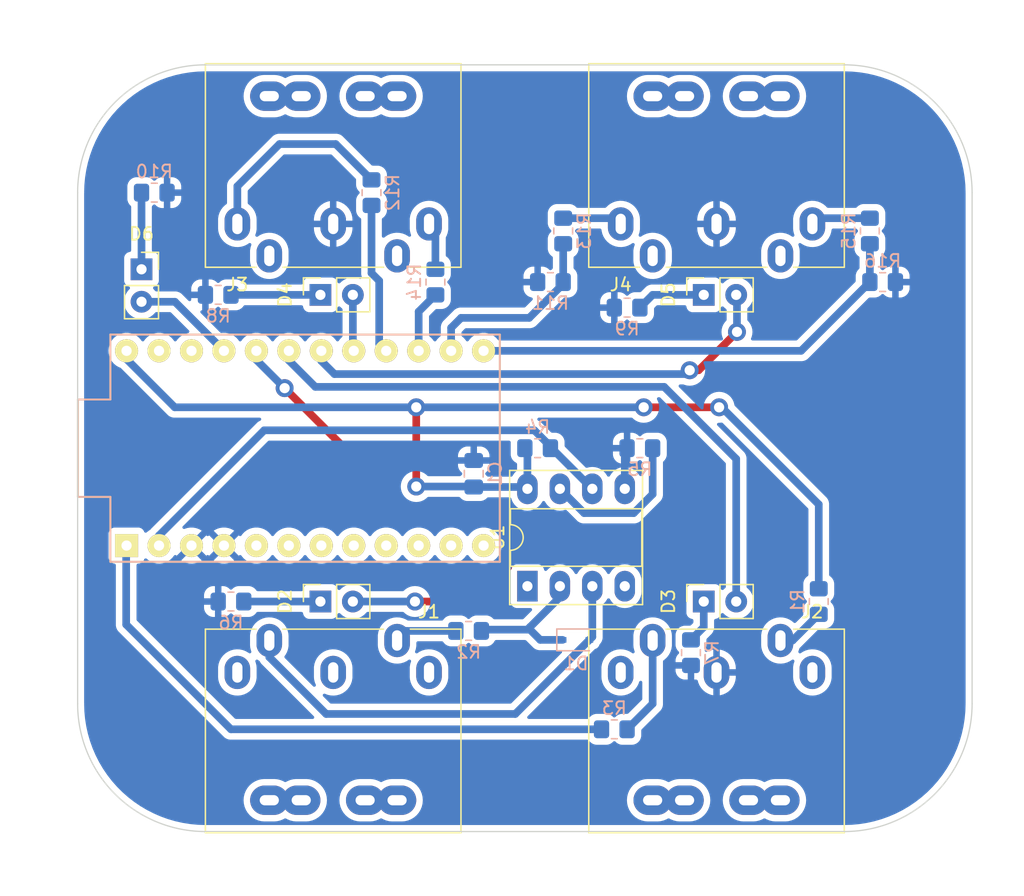
<source format=kicad_pcb>
(kicad_pcb (version 20211014) (generator pcbnew)
  (layers (0 "F.Cu" signal) (31 "B.Cu" signal) (34 "B.Paste" user) (35 "F.Paste" user) (36 "B.SilkS" user "B.Silkscreen") (37 "F.SilkS" user "F.Silkscreen") (38 "B.Mask" user) (39 "F.Mask" user) (44 "Edge.Cuts" user))
  (net 0 "")
  (net 1 "+5V")
  (net 5 "GND")
  (net 6 "Net-(D1-Pad1)")
  (net 8 "Net-(D1-Pad2)")
  (net 10 "Net-(D2-Pad1)")
  (net 12 "MIDI_IN_LED")
  (net 13 "MIDI_OUT_LED")
  (net 14 "SYNC_OUT_LED")
  (net 17 "SYNC_IN_LED")
  (net 18 "Net-(D3-Pad1)")
  (net 19 "POWER_LED")
  (net 22 "Net-(J3-Pad1)")
  (net 23 "Net-(D4-Pad1)")
  (net 25 "Net-(J3-Pad3)")
  (net 26 "Net-(D5-Pad1)")
  (net 27 "Net-(J4-Pad1)")
  (net 28 "Net-(D6-Pad1)")
  (net 29 "Net-(J4-Pad3)")
  (net 30 "Net-(J1-Pad4)")
  (net 31 "Net-(R5-Pad2)")
  (net 32 "START_IN")
  (net 41 "START_OUT")
  (net 42 "CLOCK_OUT")
  (net 43 "CLOCK_IN")
  (net 46 "Net-(J2-Pad4)")
  (net 47 "Net-(J2-Pad5)")
  (net 48 "TX")
  (net 49 "RX")
  (footprint "lib:DIN5MIDI-OOTDTY" (layer "F.Cu") (at 152.5 82.45)
    (fp_text reference "J4" (at 0 4.75) (layer "F.SilkS"))
    (fp_text value "DIN-5_180degree")
    (fp_line (start 17.5 3.39) (end 13.54 3.39) (layer "F.SilkS") (width 0.12))
    (fp_line (start 17.5 -12.54) (end -2.5 -12.54) (layer "F.SilkS") (width 0.12))
    (fp_line (start 1.46 3.39) (end -2.5 3.39) (layer "F.SilkS") (width 0.12))
    (fp_line (start 17.5 3.39) (end 17.5 -12.54) (layer "F.SilkS") (width 0.12))
    (fp_line (start -2.5 3.39) (end -2.5 -12.54) (layer "F.SilkS") (width 0.12))
    (fp_line (start 11.44 3.39) (end 3.57 3.39) (layer "F.SilkS") (width 0.12))
    (pad "" thru_hole oval locked (at 5 -10) (size 3 2.3) (drill oval 1.5 0.8) (layers *.Cu *.Mask))
    (pad "" thru_hole oval locked (at 2.5 -10) (size 3 2.3) (drill oval 1.5 0.8) (layers *.Cu *.Mask))
    (pad "" thru_hole oval locked (at 12.5 -10) (size 3 2.3) (drill oval 1.5 0.8) (layers *.Cu *.Mask))
    (pad "" thru_hole oval locked (at 10 -10) (size 3 2.3) (drill oval 1.5 0.8) (layers *.Cu *.Mask))
    (pad "1" thru_hole oval locked (at 0 0) (size 2 2.6) (drill oval 0.8 1.6) (layers *.Cu *.Mask) (net 27 "Net-(J4-Pad1)"))
    (pad "2" thru_hole oval locked (at 7.5 0) (size 2 2.6) (drill oval 0.8 1.6) (layers *.Cu *.Mask) (net 5 "GND"))
    (pad "3" thru_hole oval locked (at 15 0) (size 2 2.6) (drill oval 0.8 1.6) (layers *.Cu *.Mask) (net 29 "Net-(J4-Pad3)"))
    (pad "4" thru_hole oval locked (at 2.5 2.5) (size 2 2.6) (drill oval 0.8 1.6) (layers *.Cu *.Mask))
    (pad "5" thru_hole oval locked (at 12.5 2.5) (size 2 2.6) (drill oval 0.8 1.6) (layers *.Cu *.Mask))
  )
  (footprint "Package_DIP:DIP-8_W7.62mm_Socket_LongPads" (layer "F.Cu") (at 145.2 110.8 90)
    (fp_text reference "U1" (at 3.81 -2.33 90) (layer "F.SilkS"))
    (fp_text value "6N138")
    (fp_line (start 6.06 8.95) (end 6.06 -1.33) (layer "F.SilkS") (width 0.12))
    (fp_line (start 1.56 -1.33) (end 1.56 8.95) (layer "F.SilkS") (width 0.12))
    (fp_line (start -1.44 9.01) (end 9.06 9.01) (layer "F.SilkS") (width 0.12))
    (fp_line (start -1.44 -1.39) (end -1.44 9.01) (layer "F.SilkS") (width 0.12))
    (fp_line (start 9.06 9.01) (end 9.06 -1.39) (layer "F.SilkS") (width 0.12))
    (fp_line (start 1.56 8.95) (end 6.06 8.95) (layer "F.SilkS") (width 0.12))
    (fp_line (start 9.06 -1.39) (end -1.44 -1.39) (layer "F.SilkS") (width 0.12))
    (fp_line (start 2.81 -1.33) (end 1.56 -1.33) (layer "F.SilkS") (width 0.12))
    (fp_line (start 6.06 -1.33) (end 4.81 -1.33) (layer "F.SilkS") (width 0.12))
    (fp_arc (start 4.81 -1.33) (mid 3.81 -0.33) (end 2.81 -1.33) (layer "F.SilkS") (width 0.12))
    (pad "1" thru_hole rect (at 0 0 90) (size 2.4 1.6) (drill 0.8) (layers *.Cu *.Mask))
    (pad "2" thru_hole oval (at 0 2.54 90) (size 2.4 1.6) (drill 0.8) (layers *.Cu *.Mask) (net 6 "Net-(D1-Pad1)"))
    (pad "3" thru_hole oval (at 0 5.08 90) (size 2.4 1.6) (drill 0.8) (layers *.Cu *.Mask) (net 8 "Net-(D1-Pad2)"))
    (pad "4" thru_hole oval (at 0 7.62 90) (size 2.4 1.6) (drill 0.8) (layers *.Cu *.Mask))
    (pad "5" thru_hole oval (at 7.62 7.62 90) (size 2.4 1.6) (drill 0.8) (layers *.Cu *.Mask) (net 5 "GND"))
    (pad "6" thru_hole oval (at 7.62 5.08 90) (size 2.4 1.6) (drill 0.8) (layers *.Cu *.Mask) (net 49 "RX"))
    (pad "7" thru_hole oval (at 7.62 2.54 90) (size 2.4 1.6) (drill 0.8) (layers *.Cu *.Mask) (net 31 "Net-(R5-Pad2)"))
    (pad "8" thru_hole oval (at 7.62 0 90) (size 2.4 1.6) (drill 0.8) (layers *.Cu *.Mask) (net 1 "+5V"))
  )
  (footprint "Connector_PinSocket_2.54mm:PinSocket_1x02_P2.54mm_Vertical" (layer "F.Cu") (at 159 88 90)
    (fp_text reference "D5" (at 0 -2.77 90) (layer "F.SilkS"))
    (fp_text value "LED")
    (fp_line (start -1.33 3.87) (end 1.33 3.87) (layer "F.SilkS") (width 0.12))
    (fp_line (start -1.33 1.27) (end 1.33 1.27) (layer "F.SilkS") (width 0.12))
    (fp_line (start -1.33 1.27) (end -1.33 3.87) (layer "F.SilkS") (width 0.12))
    (fp_line (start 1.33 -1.33) (end 1.33 0) (layer "F.SilkS") (width 0.12))
    (fp_line (start 1.33 1.27) (end 1.33 3.87) (layer "F.SilkS") (width 0.12))
    (fp_line (start 0 -1.33) (end 1.33 -1.33) (layer "F.SilkS") (width 0.12))
    (pad "1" thru_hole rect (at 0 0 90) (size 1.7 1.7) (drill 0.8) (layers *.Cu *.Mask) (net 26 "Net-(D5-Pad1)"))
    (pad "2" thru_hole oval (at 0 2.54 90) (size 1.7 1.7) (drill 0.8) (layers *.Cu *.Mask) (net 17 "SYNC_IN_LED"))
  )
  (footprint "lib:DIN5MIDI-OOTDTY" (layer "F.Cu") (at 167.5 117.55 180)
    (fp_text reference "J2" (at 0 4.75) (layer "F.SilkS"))
    (fp_text value "DIN-5_180degree")
    (fp_line (start 17.5 3.39) (end 13.54 3.39) (layer "F.SilkS") (width 0.12))
    (fp_line (start 17.5 3.39) (end 17.5 -12.54) (layer "F.SilkS") (width 0.12))
    (fp_line (start 17.5 -12.54) (end -2.5 -12.54) (layer "F.SilkS") (width 0.12))
    (fp_line (start -2.5 3.39) (end -2.5 -12.54) (layer "F.SilkS") (width 0.12))
    (fp_line (start 1.46 3.39) (end -2.5 3.39) (layer "F.SilkS") (width 0.12))
    (fp_line (start 11.44 3.39) (end 3.57 3.39) (layer "F.SilkS") (width 0.12))
    (pad "" thru_hole oval locked (at 5 -10 180) (size 3 2.3) (drill oval 1.5 0.8) (layers *.Cu *.Mask))
    (pad "" thru_hole oval locked (at 2.5 -10 180) (size 3 2.3) (drill oval 1.5 0.8) (layers *.Cu *.Mask))
    (pad "" thru_hole oval locked (at 12.5 -10 180) (size 3 2.3) (drill oval 1.5 0.8) (layers *.Cu *.Mask))
    (pad "" thru_hole oval locked (at 10 -10 180) (size 3 2.3) (drill oval 1.5 0.8) (layers *.Cu *.Mask))
    (pad "1" thru_hole oval locked (at 0 0 180) (size 2 2.6) (drill oval 0.8 1.6) (layers *.Cu *.Mask))
    (pad "2" thru_hole oval locked (at 7.5 0 180) (size 2 2.6) (drill oval 0.8 1.6) (layers *.Cu *.Mask) (net 5 "GND"))
    (pad "3" thru_hole oval locked (at 15 0 180) (size 2 2.6) (drill oval 0.8 1.6) (layers *.Cu *.Mask))
    (pad "4" thru_hole oval locked (at 2.5 2.5 180) (size 2 2.6) (drill oval 0.8 1.6) (layers *.Cu *.Mask) (net 46 "Net-(J2-Pad4)"))
    (pad "5" thru_hole oval locked (at 12.5 2.5 180) (size 2 2.6) (drill oval 0.8 1.6) (layers *.Cu *.Mask) (net 47 "Net-(J2-Pad5)"))
  )
  (footprint "lib:promicro" (layer "F.Cu") (at 127.8 100)
    (fp_text reference "U2" hide)
    (fp_text value "ProMicro")
    (fp_line (start -15.24 -3.81) (end -15.24 -8.89) (layer "B.SilkS") (width 0.15))
    (fp_line (start -17.78 -3.81) (end -15.24 -3.81) (layer "B.SilkS") (width 0.15))
    (fp_line (start -15.24 -8.89) (end 15.24 -8.89) (layer "B.SilkS") (width 0.15))
    (fp_line (start 15.24 8.89) (end -15.24 8.89) (layer "B.SilkS") (width 0.15))
    (fp_line (start -15.24 3.81) (end -17.78 3.81) (layer "B.SilkS") (width 0.15))
    (fp_line (start 15.24 -8.89) (end 15.24 8.89) (layer "B.SilkS") (width 0.15))
    (fp_line (start -17.78 3.81) (end -17.78 -3.81) (layer "B.SilkS") (width 0.15))
    (fp_line (start -15.24 8.89) (end -15.24 3.81) (layer "B.SilkS") (width 0.15))
    (fp_line (start -17.78 -3.81) (end -15.24 -3.81) (layer "F.SilkS") (width 0.15))
    (fp_line (start -15.24 8.89) (end -15.24 3.81) (layer "F.SilkS") (width 0.15))
    (fp_line (start -15.24 -8.89) (end 15.24 -8.89) (layer "F.SilkS") (width 0.15))
    (fp_line (start 15.24 -8.89) (end 15.24 8.89) (layer "F.SilkS") (width 0.15))
    (fp_line (start -15.24 -3.81) (end -15.24 -8.89) (layer "F.SilkS") (width 0.15))
    (fp_line (start -17.78 3.81) (end -17.78 -3.81) (layer "F.SilkS") (width 0.15))
    (fp_line (start -15.24 3.81) (end -17.78 3.81) (layer "F.SilkS") (width 0.15))
    (fp_line (start -15.24 8.89) (end 15.24 8.89) (layer "F.SilkS") (width 0.15))
    (pad "1" thru_hole rect (at -13.97 7.62) (size 1.8 1.8) (drill 0.8) (layers *.Cu *.Mask "F.SilkS") (net 48 "TX"))
    (pad "2" thru_hole circle (at -11.43 7.62) (size 1.8 1.8) (drill 0.8) (layers *.Cu *.Mask "F.SilkS") (net 49 "RX"))
    (pad "3" thru_hole circle (at -8.89 7.62) (size 1.8 1.8) (drill 0.8) (layers *.Cu *.Mask "F.SilkS") (net 5 "GND"))
    (pad "4" thru_hole circle (at -6.35 7.62) (size 1.8 1.8) (drill 0.8) (layers *.Cu *.Mask "F.SilkS") (net 5 "GND"))
    (pad "5" thru_hole circle (at -3.81 7.62) (size 1.8 1.8) (drill 0.8) (layers *.Cu *.Mask "F.SilkS"))
    (pad "6" thru_hole circle (at -1.27 7.62) (size 1.8 1.8) (drill 0.8) (layers *.Cu *.Mask "F.SilkS"))
    (pad "7" thru_hole circle (at 1.27 7.62) (size 1.8 1.8) (drill 0.8) (layers *.Cu *.Mask "F.SilkS"))
    (pad "8" thru_hole circle (at 3.81 7.62) (size 1.8 1.8) (drill 0.8) (layers *.Cu *.Mask "F.SilkS"))
    (pad "9" thru_hole circle (at 6.35 7.62) (size 1.8 1.8) (drill 0.8) (layers *.Cu *.Mask "F.SilkS"))
    (pad "10" thru_hole circle (at 8.89 7.62) (size 1.8 1.8) (drill 0.8) (layers *.Cu *.Mask "F.SilkS"))
    (pad "11" thru_hole circle (at 11.43 7.62) (size 1.8 1.8) (drill 0.8) (layers *.Cu *.Mask "F.SilkS"))
    (pad "12" thru_hole circle (at 13.97 7.62) (size 1.8 1.8) (drill 0.8) (layers *.Cu *.Mask "F.SilkS"))
    (pad "13" thru_hole circle (at 13.97 -7.62) (size 1.8 1.8) (drill 0.8) (layers *.Cu *.Mask "F.SilkS") (net 43 "CLOCK_IN"))
    (pad "14" thru_hole circle (at 11.43 -7.62) (size 1.8 1.8) (drill 0.8) (layers *.Cu *.Mask "F.SilkS") (net 32 "START_IN"))
    (pad "15" thru_hole circle (at 8.89 -7.62) (size 1.8 1.8) (drill 0.8) (layers *.Cu *.Mask "F.SilkS") (net 42 "CLOCK_OUT"))
    (pad "16" thru_hole circle (at 6.35 -7.62) (size 1.8 1.8) (drill 0.8) (layers *.Cu *.Mask "F.SilkS") (net 41 "START_OUT"))
    (pad "17" thru_hole circle (at 3.81 -7.62) (size 1.8 1.8) (drill 0.8) (layers *.Cu *.Mask "F.SilkS") (net 14 "SYNC_OUT_LED"))
    (pad "18" thru_hole circle (at 1.27 -7.62) (size 1.8 1.8) (drill 0.8) (layers *.Cu *.Mask "F.SilkS") (net 17 "SYNC_IN_LED"))
    (pad "19" thru_hole circle (at -1.27 -7.62) (size 1.8 1.8) (drill 0.8) (layers *.Cu *.Mask "F.SilkS") (net 13 "MIDI_OUT_LED"))
    (pad "20" thru_hole circle (at -3.81 -7.62) (size 1.8 1.8) (drill 0.8) (layers *.Cu *.Mask "F.SilkS") (net 12 "MIDI_IN_LED"))
    (pad "21" thru_hole circle (at -6.35 -7.62) (size 1.8 1.8) (drill 0.8) (layers *.Cu *.Mask "F.SilkS") (net 19 "POWER_LED"))
    (pad "22" thru_hole circle (at -8.89 -7.62) (size 1.8 1.8) (drill 0.8) (layers *.Cu *.Mask "F.SilkS"))
    (pad "23" thru_hole circle (at -11.43 -7.62) (size 1.8 1.8) (drill 0.8) (layers *.Cu *.Mask "F.SilkS"))
    (pad "24" thru_hole circle (at -13.97 -7.62) (size 1.8 1.8) (drill 0.8) (layers *.Cu *.Mask "F.SilkS") (net 1 "+5V"))
  )
  (footprint "Connector_PinSocket_2.54mm:PinSocket_1x02_P2.54mm_Vertical" (layer "F.Cu") (at 129 88 90)
    (fp_text reference "D4" (at 0 -2.77 90) (layer "F.SilkS"))
    (fp_text value "LED")
    (fp_line (start -1.33 3.87) (end 1.33 3.87) (layer "F.SilkS") (width 0.12))
    (fp_line (start -1.33 1.27) (end -1.33 3.87) (layer "F.SilkS") (width 0.12))
    (fp_line (start -1.33 1.27) (end 1.33 1.27) (layer "F.SilkS") (width 0.12))
    (fp_line (start 1.33 -1.33) (end 1.33 0) (layer "F.SilkS") (width 0.12))
    (fp_line (start 1.33 1.27) (end 1.33 3.87) (layer "F.SilkS") (width 0.12))
    (fp_line (start 0 -1.33) (end 1.33 -1.33) (layer "F.SilkS") (width 0.12))
    (pad "1" thru_hole rect (at 0 0 90) (size 1.7 1.7) (drill 0.8) (layers *.Cu *.Mask) (net 23 "Net-(D4-Pad1)"))
    (pad "2" thru_hole oval (at 0 2.54 90) (size 1.7 1.7) (drill 0.8) (layers *.Cu *.Mask) (net 14 "SYNC_OUT_LED"))
  )
  (footprint "Connector_PinSocket_2.54mm:PinSocket_1x02_P2.54mm_Vertical" (layer "F.Cu") (at 159 112 90)
    (fp_text reference "D3" (at 0 -2.77 90) (layer "F.SilkS"))
    (fp_text value "LED")
    (fp_line (start -1.33 1.27) (end 1.33 1.27) (layer "F.SilkS") (width 0.12))
    (fp_line (start -1.33 3.87) (end 1.33 3.87) (layer "F.SilkS") (width 0.12))
    (fp_line (start 1.33 -1.33) (end 1.33 0) (layer "F.SilkS") (width 0.12))
    (fp_line (start 1.33 1.27) (end 1.33 3.87) (layer "F.SilkS") (width 0.12))
    (fp_line (start -1.33 1.27) (end -1.33 3.87) (layer "F.SilkS") (width 0.12))
    (fp_line (start 0 -1.33) (end 1.33 -1.33) (layer "F.SilkS") (width 0.12))
    (pad "1" thru_hole rect (at 0 0 90) (size 1.7 1.7) (drill 0.8) (layers *.Cu *.Mask) (net 18 "Net-(D3-Pad1)"))
    (pad "2" thru_hole oval (at 0 2.54 90) (size 1.7 1.7) (drill 0.8) (layers *.Cu *.Mask) (net 13 "MIDI_OUT_LED"))
  )
  (footprint "Connector_PinSocket_2.54mm:PinSocket_1x02_P2.54mm_Vertical" (layer "F.Cu") (at 115 86)
    (fp_text reference "D6" (at 0 -2.77) (layer "F.SilkS"))
    (fp_text value "LED")
    (fp_line (start 1.33 1.27) (end 1.33 3.87) (layer "F.SilkS") (width 0.12))
    (fp_line (start -1.33 1.27) (end -1.33 3.87) (layer "F.SilkS") (width 0.12))
    (fp_line (start -1.33 1.27) (end 1.33 1.27) (layer "F.SilkS") (width 0.12))
    (fp_line (start 1.33 -1.33) (end 1.33 0) (layer "F.SilkS") (width 0.12))
    (fp_line (start 0 -1.33) (end 1.33 -1.33) (layer "F.SilkS") (width 0.12))
    (fp_line (start -1.33 3.87) (end 1.33 3.87) (layer "F.SilkS") (width 0.12))
    (pad "1" thru_hole rect (at 0 0) (size 1.7 1.7) (drill 0.8) (layers *.Cu *.Mask) (net 28 "Net-(D6-Pad1)"))
    (pad "2" thru_hole oval (at 0 2.54) (size 1.7 1.7) (drill 0.8) (layers *.Cu *.Mask) (net 19 "POWER_LED"))
  )
  (footprint "lib:DIN5MIDI-OOTDTY" (layer "F.Cu") (at 137.5 117.55 180)
    (fp_text reference "J1" (at 0 4.75) (layer "F.SilkS"))
    (fp_text value "DIN-5_180degree")
    (fp_line (start 17.5 3.39) (end 13.54 3.39) (layer "F.SilkS") (width 0.12))
    (fp_line (start 17.5 -12.54) (end -2.5 -12.54) (layer "F.SilkS") (width 0.12))
    (fp_line (start 1.46 3.39) (end -2.5 3.39) (layer "F.SilkS") (width 0.12))
    (fp_line (start -2.5 3.39) (end -2.5 -12.54) (layer "F.SilkS") (width 0.12))
    (fp_line (start 11.44 3.39) (end 3.57 3.39) (layer "F.SilkS") (width 0.12))
    (fp_line (start 17.5 3.39) (end 17.5 -12.54) (layer "F.SilkS") (width 0.12))
    (pad "" thru_hole oval locked (at 5 -10 180) (size 3 2.3) (drill oval 1.5 0.8) (layers *.Cu *.Mask))
    (pad "" thru_hole oval locked (at 2.5 -10 180) (size 3 2.3) (drill oval 1.5 0.8) (layers *.Cu *.Mask))
    (pad "" thru_hole oval locked (at 10 -10 180) (size 3 2.3) (drill oval 1.5 0.8) (layers *.Cu *.Mask))
    (pad "" thru_hole oval locked (at 12.5 -10 180) (size 3 2.3) (drill oval 1.5 0.8) (layers *.Cu *.Mask))
    (pad "1" thru_hole oval locked (at 0 0 180) (size 2 2.6) (drill oval 0.8 1.6) (layers *.Cu *.Mask))
    (pad "2" thru_hole oval locked (at 7.5 0 180) (size 2 2.6) (drill oval 0.8 1.6) (layers *.Cu *.Mask))
    (pad "3" thru_hole oval locked (at 15 0 180) (size 2 2.6) (drill oval 0.8 1.6) (layers *.Cu *.Mask))
    (pad "4" thru_hole oval locked (at 2.5 2.5 180) (size 2 2.6) (drill oval 0.8 1.6) (layers *.Cu *.Mask) (net 30 "Net-(J1-Pad4)"))
    (pad "5" thru_hole oval locked (at 12.5 2.5 180) (size 2 2.6) (drill oval 0.8 1.6) (layers *.Cu *.Mask) (net 8 "Net-(D1-Pad2)"))
  )
  (footprint "Connector_PinSocket_2.54mm:PinSocket_1x02_P2.54mm_Vertical" (layer "F.Cu") (at 129 112 90)
    (fp_text reference "D2" (at 0 -2.77 90) (layer "F.SilkS"))
    (fp_text value "LED")
    (fp_line (start 1.33 -1.33) (end 1.33 0) (layer "F.SilkS") (width 0.12))
    (fp_line (start 0 -1.33) (end 1.33 -1.33) (layer "F.SilkS") (width 0.12))
    (fp_line (start -1.33 3.87) (end 1.33 3.87) (layer "F.SilkS") (width 0.12))
    (fp_line (start -1.33 1.27) (end -1.33 3.87) (layer "F.SilkS") (width 0.12))
    (fp_line (start -1.33 1.27) (end 1.33 1.27) (layer "F.SilkS") (width 0.12))
    (fp_line (start 1.33 1.27) (end 1.33 3.87) (layer "F.SilkS") (width 0.12))
    (pad "1" thru_hole rect (at 0 0 90) (size 1.7 1.7) (drill 0.8) (layers *.Cu *.Mask) (net 10 "Net-(D2-Pad1)"))
    (pad "2" thru_hole oval (at 0 2.54 90) (size 1.7 1.7) (drill 0.8) (layers *.Cu *.Mask) (net 12 "MIDI_IN_LED"))
  )
  (footprint "lib:DIN5MIDI-OOTDTY" (layer "F.Cu") (at 122.5 82.45)
    (fp_text reference "J3" (at 0 4.75) (layer "F.SilkS"))
    (fp_text value "DIN-5_180degree")
    (fp_line (start 17.5 3.39) (end 13.54 3.39) (layer "F.SilkS") (width 0.12))
    (fp_line (start 17.5 3.39) (end 17.5 -12.54) (layer "F.SilkS") (width 0.12))
    (fp_line (start 1.46 3.39) (end -2.5 3.39) (layer "F.SilkS") (width 0.12))
    (fp_line (start 11.44 3.39) (end 3.57 3.39) (layer "F.SilkS") (width 0.12))
    (fp_line (start -2.5 3.39) (end -2.5 -12.54) (layer "F.SilkS") (width 0.12))
    (fp_line (start 17.5 -12.54) (end -2.5 -12.54) (layer "F.SilkS") (width 0.12))
    (pad "" thru_hole oval locked (at 5 -10) (size 3 2.3) (drill oval 1.5 0.8) (layers *.Cu *.Mask))
    (pad "" thru_hole oval locked (at 2.5 -10) (size 3 2.3) (drill oval 1.5 0.8) (layers *.Cu *.Mask))
    (pad "" thru_hole oval locked (at 10 -10) (size 3 2.3) (drill oval 1.5 0.8) (layers *.Cu *.Mask))
    (pad "" thru_hole oval locked (at 12.5 -10) (size 3 2.3) (drill oval 1.5 0.8) (layers *.Cu *.Mask))
    (pad "1" thru_hole oval locked (at 0 0) (size 2 2.6) (drill oval 0.8 1.6) (layers *.Cu *.Mask) (net 22 "Net-(J3-Pad1)"))
    (pad "2" thru_hole oval locked (at 7.5 0) (size 2 2.6) (drill oval 0.8 1.6) (layers *.Cu *.Mask) (net 5 "GND"))
    (pad "3" thru_hole oval locked (at 15 0) (size 2 2.6) (drill oval 0.8 1.6) (layers *.Cu *.Mask) (net 25 "Net-(J3-Pad3)"))
    (pad "4" thru_hole oval locked (at 2.5 2.5) (size 2 2.6) (drill oval 0.8 1.6) (layers *.Cu *.Mask))
    (pad "5" thru_hole oval locked (at 12.5 2.5) (size 2 2.6) (drill oval 0.8 1.6) (layers *.Cu *.Mask))
  )
  (footprint "Resistor_SMD:R_0805_2012Metric_Pad1.20x1.40mm_HandSolder" (layer "B.Cu") (at 133 80 90)
    (fp_text reference "R12" (at 0 1.65 90) (layer "B.SilkS") (effects (justify mirror)))
    (fp_text value "220")
    (fp_line (start -0.227064 0.735) (end 0.227064 0.735) (layer "B.SilkS") (width 0.12))
    (fp_line (start -0.227064 -0.735) (end 0.227064 -0.735) (layer "B.SilkS") (width 0.12))
    (pad "1" smd roundrect (at -1 0 90) (size 1.2 1.4) (layers "B.Cu" "B.Paste" "B.Mask") (roundrect_rratio 0.208333) (net 41 "START_OUT"))
    (pad "2" smd roundrect (at 1 0 90) (size 1.2 1.4) (layers "B.Cu" "B.Paste" "B.Mask") (roundrect_rratio 0.208333) (net 22 "Net-(J3-Pad1)"))
  )
  (footprint "Resistor_SMD:R_0805_2012Metric_Pad1.20x1.40mm_HandSolder" (layer "B.Cu") (at 122 112)
    (fp_text reference "R6" (at 0 1.65) (layer "B.SilkS") (effects (justify mirror)))
    (fp_text value "470")
    (fp_line (start -0.227064 -0.735) (end 0.227064 -0.735) (layer "B.SilkS") (width 0.12))
    (fp_line (start -0.227064 0.735) (end 0.227064 0.735) (layer "B.SilkS") (width 0.12))
    (pad "1" smd roundrect (at -1 0) (size 1.2 1.4) (layers "B.Cu" "B.Paste" "B.Mask") (roundrect_rratio 0.208333) (net 5 "GND"))
    (pad "2" smd roundrect (at 1 0) (size 1.2 1.4) (layers "B.Cu" "B.Paste" "B.Mask") (roundrect_rratio 0.208333) (net 10 "Net-(D2-Pad1)"))
  )
  (footprint "Resistor_SMD:R_0805_2012Metric_Pad1.20x1.40mm_HandSolder" (layer "B.Cu") (at 138 87 -90)
    (fp_text reference "R14" (at 0 1.65 90) (layer "B.SilkS") (effects (justify mirror)))
    (fp_text value "220")
    (fp_line (start -0.227064 0.735) (end 0.227064 0.735) (layer "B.SilkS") (width 0.12))
    (fp_line (start -0.227064 -0.735) (end 0.227064 -0.735) (layer "B.SilkS") (width 0.12))
    (pad "1" smd roundrect (at -1 0 270) (size 1.2 1.4) (layers "B.Cu" "B.Paste" "B.Mask") (roundrect_rratio 0.208333) (net 25 "Net-(J3-Pad3)"))
    (pad "2" smd roundrect (at 1 0 270) (size 1.2 1.4) (layers "B.Cu" "B.Paste" "B.Mask") (roundrect_rratio 0.208333) (net 42 "CLOCK_OUT"))
  )
  (footprint "Resistor_SMD:R_0805_2012Metric_Pad1.20x1.40mm_HandSolder" (layer "B.Cu") (at 146 100 180)
    (fp_text reference "R4" (at 0 1.65) (layer "B.SilkS") (effects (justify mirror)))
    (fp_text value "470")
    (fp_line (start -0.227064 0.735) (end 0.227064 0.735) (layer "B.SilkS") (width 0.12))
    (fp_line (start -0.227064 -0.735) (end 0.227064 -0.735) (layer "B.SilkS") (width 0.12))
    (pad "1" smd roundrect (at -1 0 180) (size 1.2 1.4) (layers "B.Cu" "B.Paste" "B.Mask") (roundrect_rratio 0.208333) (net 49 "RX"))
    (pad "2" smd roundrect (at 1 0 180) (size 1.2 1.4) (layers "B.Cu" "B.Paste" "B.Mask") (roundrect_rratio 0.208333) (net 1 "+5V"))
  )
  (footprint "Resistor_SMD:R_0805_2012Metric_Pad1.20x1.40mm_HandSolder" (layer "B.Cu") (at 147 87)
    (fp_text reference "R11" (at 0 1.65) (layer "B.SilkS") (effects (justify mirror)))
    (fp_text value "10k")
    (fp_line (start -0.227064 -0.735) (end 0.227064 -0.735) (layer "B.SilkS") (width 0.12))
    (fp_line (start -0.227064 0.735) (end 0.227064 0.735) (layer "B.SilkS") (width 0.12))
    (pad "1" smd roundrect (at -1 0) (size 1.2 1.4) (layers "B.Cu" "B.Paste" "B.Mask") (roundrect_rratio 0.208333) (net 5 "GND"))
    (pad "2" smd roundrect (at 1 0) (size 1.2 1.4) (layers "B.Cu" "B.Paste" "B.Mask") (roundrect_rratio 0.208333) (net 32 "START_IN"))
  )
  (footprint "Resistor_SMD:R_0805_2012Metric_Pad1.20x1.40mm_HandSolder" (layer "B.Cu") (at 153 89)
    (fp_text reference "R9" (at 0 1.65) (layer "B.SilkS") (effects (justify mirror)))
    (fp_text value "470")
    (fp_line (start -0.227064 -0.735) (end 0.227064 -0.735) (layer "B.SilkS") (width 0.12))
    (fp_line (start -0.227064 0.735) (end 0.227064 0.735) (layer "B.SilkS") (width 0.12))
    (pad "1" smd roundrect (at -1 0) (size 1.2 1.4) (layers "B.Cu" "B.Paste" "B.Mask") (roundrect_rratio 0.208333) (net 5 "GND"))
    (pad "2" smd roundrect (at 1 0) (size 1.2 1.4) (layers "B.Cu" "B.Paste" "B.Mask") (roundrect_rratio 0.208333) (net 26 "Net-(D5-Pad1)"))
  )
  (footprint "Diode_SMD:D_SOD-323" (layer "B.Cu") (at 149 115)
    (fp_text reference "D1" (at 0 1.85) (layer "B.SilkS") (effects (justify mirror)))
    (fp_text value "BAS316")
    (fp_line (start -1.5 0.85) (end -1.5 -0.85) (layer "B.SilkS") (width 0.12))
    (fp_line (start -1.5 0.85) (end 1.05 0.85) (layer "B.SilkS") (width 0.12))
    (fp_line (start -1.5 -0.85) (end 1.05 -0.85) (layer "B.SilkS") (width 0.12))
    (pad "1" smd rect (at -1.05 0) (size 0.6 0.45) (layers "B.Cu" "B.Paste" "B.Mask") (net 6 "Net-(D1-Pad1)"))
    (pad "2" smd rect (at 1.05 0) (size 0.6 0.45) (layers "B.Cu" "B.Paste" "B.Mask") (net 8 "Net-(D1-Pad2)"))
  )
  (footprint "Capacitor_SMD:C_0805_2012Metric_Pad1.18x1.45mm_HandSolder" (layer "B.Cu") (at 141 102 90)
    (fp_text reference "C1" (at 0 1.68 90) (layer "B.SilkS") (effects (justify mirror)))
    (fp_text value "0.1u")
    (fp_line (start -0.261252 -0.735) (end 0.261252 -0.735) (layer "B.SilkS") (width 0.12))
    (fp_line (start -0.261252 0.735) (end 0.261252 0.735) (layer "B.SilkS") (width 0.12))
    (pad "1" smd roundrect (at -1.0375 0 90) (size 1.175 1.45) (layers "B.Cu" "B.Paste" "B.Mask") (roundrect_rratio 0.212766) (net 1 "+5V"))
    (pad "2" smd roundrect (at 1.0375 0 90) (size 1.175 1.45) (layers "B.Cu" "B.Paste" "B.Mask") (roundrect_rratio 0.212766) (net 5 "GND"))
  )
  (footprint "Resistor_SMD:R_0805_2012Metric_Pad1.20x1.40mm_HandSolder" (layer "B.Cu") (at 148 83 90)
    (fp_text reference "R13" (at 0 1.65 90) (layer "B.SilkS") (effects (justify mirror)))
    (fp_text value "220")
    (fp_line (start -0.227064 -0.735) (end 0.227064 -0.735) (layer "B.SilkS") (width 0.12))
    (fp_line (start -0.227064 0.735) (end 0.227064 0.735) (layer "B.SilkS") (width 0.12))
    (pad "1" smd roundrect (at -1 0 90) (size 1.2 1.4) (layers "B.Cu" "B.Paste" "B.Mask") (roundrect_rratio 0.208333) (net 32 "START_IN"))
    (pad "2" smd roundrect (at 1 0 90) (size 1.2 1.4) (layers "B.Cu" "B.Paste" "B.Mask") (roundrect_rratio 0.208333) (net 27 "Net-(J4-Pad1)"))
  )
  (footprint "Resistor_SMD:R_0805_2012Metric_Pad1.20x1.40mm_HandSolder" (layer "B.Cu") (at 173 87 180)
    (fp_text reference "R16" (at 0 1.65) (layer "B.SilkS") (effects (justify mirror)))
    (fp_text value "10k")
    (fp_line (start -0.227064 0.735) (end 0.227064 0.735) (layer "B.SilkS") (width 0.12))
    (fp_line (start -0.227064 -0.735) (end 0.227064 -0.735) (layer "B.SilkS") (width 0.12))
    (pad "1" smd roundrect (at -1 0 180) (size 1.2 1.4) (layers "B.Cu" "B.Paste" "B.Mask") (roundrect_rratio 0.208333) (net 5 "GND"))
    (pad "2" smd roundrect (at 1 0 180) (size 1.2 1.4) (layers "B.Cu" "B.Paste" "B.Mask") (roundrect_rratio 0.208333) (net 43 "CLOCK_IN"))
  )
  (footprint "Resistor_SMD:R_0805_2012Metric_Pad1.20x1.40mm_HandSolder" (layer "B.Cu") (at 152 122 180)
    (fp_text reference "R3" (at 0 1.65) (layer "B.SilkS") (effects (justify mirror)))
    (fp_text value "220")
    (fp_line (start -0.227064 0.735) (end 0.227064 0.735) (layer "B.SilkS") (width 0.12))
    (fp_line (start -0.227064 -0.735) (end 0.227064 -0.735) (layer "B.SilkS") (width 0.12))
    (pad "1" smd roundrect (at -1 0 180) (size 1.2 1.4) (layers "B.Cu" "B.Paste" "B.Mask") (roundrect_rratio 0.208333) (net 47 "Net-(J2-Pad5)"))
    (pad "2" smd roundrect (at 1 0 180) (size 1.2 1.4) (layers "B.Cu" "B.Paste" "B.Mask") (roundrect_rratio 0.208333) (net 48 "TX"))
  )
  (footprint "Resistor_SMD:R_0805_2012Metric_Pad1.20x1.40mm_HandSolder" (layer "B.Cu") (at 116 80 180)
    (fp_text reference "R10" (at 0 1.65) (layer "B.SilkS") (effects (justify mirror)))
    (fp_text value "470")
    (fp_line (start -0.227064 -0.735) (end 0.227064 -0.735) (layer "B.SilkS") (width 0.12))
    (fp_line (start -0.227064 0.735) (end 0.227064 0.735) (layer "B.SilkS") (width 0.12))
    (pad "1" smd roundrect (at -1 0 180) (size 1.2 1.4) (layers "B.Cu" "B.Paste" "B.Mask") (roundrect_rratio 0.208333) (net 5 "GND"))
    (pad "2" smd roundrect (at 1 0 180) (size 1.2 1.4) (layers "B.Cu" "B.Paste" "B.Mask") (roundrect_rratio 0.208333) (net 28 "Net-(D6-Pad1)"))
  )
  (footprint "Resistor_SMD:R_0805_2012Metric_Pad1.20x1.40mm_HandSolder" (layer "B.Cu") (at 168 112 -90)
    (fp_text reference "R1" (at 0 1.65 90) (layer "B.SilkS") (effects (justify mirror)))
    (fp_text value "220")
    (fp_line (start -0.227064 0.735) (end 0.227064 0.735) (layer "B.SilkS") (width 0.12))
    (fp_line (start -0.227064 -0.735) (end 0.227064 -0.735) (layer "B.SilkS") (width 0.12))
    (pad "1" smd roundrect (at -1 0 270) (size 1.2 1.4) (layers "B.Cu" "B.Paste" "B.Mask") (roundrect_rratio 0.208333) (net 1 "+5V"))
    (pad "2" smd roundrect (at 1 0 270) (size 1.2 1.4) (layers "B.Cu" "B.Paste" "B.Mask") (roundrect_rratio 0.208333) (net 46 "Net-(J2-Pad4)"))
  )
  (footprint "Resistor_SMD:R_0805_2012Metric_Pad1.20x1.40mm_HandSolder" (layer "B.Cu") (at 158 116 90)
    (fp_text reference "R7" (at 0 1.65 90) (layer "B.SilkS") (effects (justify mirror)))
    (fp_text value "470")
    (fp_line (start -0.227064 -0.735) (end 0.227064 -0.735) (layer "B.SilkS") (width 0.12))
    (fp_line (start -0.227064 0.735) (end 0.227064 0.735) (layer "B.SilkS") (width 0.12))
    (pad "1" smd roundrect (at -1 0 90) (size 1.2 1.4) (layers "B.Cu" "B.Paste" "B.Mask") (roundrect_rratio 0.208333) (net 5 "GND"))
    (pad "2" smd roundrect (at 1 0 90) (size 1.2 1.4) (layers "B.Cu" "B.Paste" "B.Mask") (roundrect_rratio 0.208333) (net 18 "Net-(D3-Pad1)"))
  )
  (footprint "Resistor_SMD:R_0805_2012Metric_Pad1.20x1.40mm_HandSolder" (layer "B.Cu") (at 154 100)
    (fp_text reference "R5" (at 0 1.65) (layer "B.SilkS") (effects (justify mirror)))
    (fp_text value "10k")
    (fp_line (start -0.227064 0.735) (end 0.227064 0.735) (layer "B.SilkS") (width 0.12))
    (fp_line (start -0.227064 -0.735) (end 0.227064 -0.735) (layer "B.SilkS") (width 0.12))
    (pad "1" smd roundrect (at -1 0) (size 1.2 1.4) (layers "B.Cu" "B.Paste" "B.Mask") (roundrect_rratio 0.208333) (net 5 "GND"))
    (pad "2" smd roundrect (at 1 0) (size 1.2 1.4) (layers "B.Cu" "B.Paste" "B.Mask") (roundrect_rratio 0.208333) (net 31 "Net-(R5-Pad2)"))
  )
  (footprint "Resistor_SMD:R_0805_2012Metric_Pad1.20x1.40mm_HandSolder" (layer "B.Cu") (at 121 88)
    (fp_text reference "R8" (at 0 1.65) (layer "B.SilkS") (effects (justify mirror)))
    (fp_text value "470")
    (fp_line (start -0.227064 0.735) (end 0.227064 0.735) (layer "B.SilkS") (width 0.12))
    (fp_line (start -0.227064 -0.735) (end 0.227064 -0.735) (layer "B.SilkS") (width 0.12))
    (pad "1" smd roundrect (at -1 0) (size 1.2 1.4) (layers "B.Cu" "B.Paste" "B.Mask") (roundrect_rratio 0.208333) (net 5 "GND"))
    (pad "2" smd roundrect (at 1 0) (size 1.2 1.4) (layers "B.Cu" "B.Paste" "B.Mask") (roundrect_rratio 0.208333) (net 23 "Net-(D4-Pad1)"))
  )
  (footprint "Resistor_SMD:R_0805_2012Metric_Pad1.20x1.40mm_HandSolder" (layer "B.Cu") (at 172 83 -90)
    (fp_text reference "R15" (at 0 1.65 90) (layer "B.SilkS") (effects (justify mirror)))
    (fp_text value "220")
    (fp_line (start -0.227064 0.735) (end 0.227064 0.735) (layer "B.SilkS") (width 0.12))
    (fp_line (start -0.227064 -0.735) (end 0.227064 -0.735) (layer "B.SilkS") (width 0.12))
    (pad "1" smd roundrect (at -1 0 270) (size 1.2 1.4) (layers "B.Cu" "B.Paste" "B.Mask") (roundrect_rratio 0.208333) (net 29 "Net-(J4-Pad3)"))
    (pad "2" smd roundrect (at 1 0 270) (size 1.2 1.4) (layers "B.Cu" "B.Paste" "B.Mask") (roundrect_rratio 0.208333) (net 43 "CLOCK_IN"))
  )
  (footprint "Resistor_SMD:R_0805_2012Metric_Pad1.20x1.40mm_HandSolder" (layer "B.Cu") (at 140.6 114.3)
    (fp_text reference "R2" (at 0 1.65) (layer "B.SilkS") (effects (justify mirror)))
    (fp_text value "220")
    (fp_line (start -0.227064 0.735) (end 0.227064 0.735) (layer "B.SilkS") (width 0.12))
    (fp_line (start -0.227064 -0.735) (end 0.227064 -0.735) (layer "B.SilkS") (width 0.12))
    (pad "1" smd roundrect (at -1 0) (size 1.2 1.4) (layers "B.Cu" "B.Paste" "B.Mask") (roundrect_rratio 0.208333) (net 30 "Net-(J1-Pad4)"))
    (pad "2" smd roundrect (at 1 0) (size 1.2 1.4) (layers "B.Cu" "B.Paste" "B.Mask") (roundrect_rratio 0.208333) (net 6 "Net-(D1-Pad1)"))
  )
  (gr_arc (start 180 120) (mid 177.071068 127.071068) (end 170 130) (layer "Edge.Cuts") (width 0.1))
  (gr_arc (start 110 80) (mid 112.928932 72.928932) (end 120 70) (layer "Edge.Cuts") (width 0.1))
  (gr_line (start 120 70) (end 170 70) (layer "Edge.Cuts") (width 0.1))
  (gr_arc (start 170 70) (mid 177.071068 72.928932) (end 180 80) (layer "Edge.Cuts") (width 0.1))
  (gr_line (start 110 120) (end 110 80) (layer "Edge.Cuts") (width 0.1))
  (gr_arc (start 120 130) (mid 112.928932 127.071068) (end 110 120) (layer "Edge.Cuts") (width 0.1))
  (gr_line (start 170 130) (end 120 130) (layer "Edge.Cuts") (width 0.1))
  (gr_line (start 180 80) (end 180 120) (layer "Edge.Cuts") (width 0.1))
  (segment (start 136.5 96.8) (end 136.5 103) (width 0.6) (layer "F.Cu") (net 1))
  (segment (start 160.2 96.8) (end 154.3 96.8) (width 0.6) (layer "F.Cu") (net 1))
  (via (at 154.3 96.8) (size 1.4) (drill 0.8) (layers "F.Cu" "B.Cu") (net 1))
  (via (at 136.5 103) (size 1.4) (drill 0.8) (layers "F.Cu" "B.Cu") (net 1))
  (via (at 136.5 96.8) (size 1.4) (drill 0.8) (layers "F.Cu" "B.Cu") (net 1))
  (via (at 160.2 96.8) (size 1.4) (drill 0.8) (layers "F.Cu" "B.Cu") (net 1))
  (segment (start 141 103.0375) (end 145.0575 103.0375) (width 0.6) (layer "B.Cu") (net 1))
  (segment (start 136.5 96.8) (end 117.6 96.8) (width 0.6) (layer "B.Cu") (net 1))
  (segment (start 145.0575 103.0375) (end 145.2 103.18) (width 0.6) (layer "B.Cu") (net 1))
  (segment (start 160.2 96.8) (end 160.4 96.8) (width 0.6) (layer "B.Cu") (net 1))
  (segment (start 140.9625 103) (end 141 103.0375) (width 0.6) (layer "B.Cu") (net 1))
  (segment (start 117.6 96.8) (end 113.83 93.03) (width 0.6) (layer "B.Cu") (net 1))
  (segment (start 136.5 103) (end 140.9625 103) (width 0.6) (layer "B.Cu") (net 1))
  (segment (start 145.2 100.2) (end 145 100) (width 0.6) (layer "B.Cu") (net 1))
  (segment (start 168 104.4) (end 168 111) (width 0.6) (layer "B.Cu") (net 1))
  (segment (start 154.3 96.8) (end 136.5 96.8) (width 0.6) (layer "B.Cu") (net 1))
  (segment (start 113.83 93.03) (end 113.83 92.38) (width 0.6) (layer "B.Cu") (net 1))
  (segment (start 145.2 103.18) (end 145.2 100.2) (width 0.6) (layer "B.Cu") (net 1))
  (segment (start 160.4 96.8) (end 168 104.4) (width 0.6) (layer "B.Cu") (net 1))
  (segment (start 152.82 103.18) (end 152.82 100.18) (width 0.6) (layer "B.Cu") (net 5))
  (segment (start 152.82 100.18) (end 153 100) (width 0.6) (layer "B.Cu") (net 5))
  (segment (start 147.74 110.8) (end 147.74 111.66) (width 0.6) (layer "B.Cu") (net 6))
  (segment (start 141.7 114.2) (end 145.2 114.2) (width 0.6) (layer "B.Cu") (net 6))
  (segment (start 147.74 111.66) (end 145.4 114) (width 0.6) (layer "B.Cu") (net 6))
  (segment (start 145.2 114.2) (end 145.4 114) (width 0.6) (layer "B.Cu") (net 6))
  (segment (start 141.6 114.3) (end 141.7 114.2) (width 0.6) (layer "B.Cu") (net 6))
  (segment (start 145.4 114) (end 145.4 114.2) (width 0.6) (layer "B.Cu") (net 6))
  (segment (start 145.4 114.2) (end 146.2 115) (width 0.6) (layer "B.Cu") (net 6))
  (segment (start 146.2 115) (end 147.95 115) (width 0.6) (layer "B.Cu") (net 6))
  (segment (start 129.45 120.8) (end 144.25 120.8) (width 0.6) (layer "B.Cu") (net 8))
  (segment (start 125 115.05) (end 125 116.35) (width 0.6) (layer "B.Cu") (net 8))
  (segment (start 144.25 120.8) (end 150.05 115) (width 0.6) (layer "B.Cu") (net 8))
  (segment (start 125 116.35) (end 129.45 120.8) (width 0.6) (layer "B.Cu") (net 8))
  (segment (start 150.28 110.8) (end 150.28 114.77) (width 0.6) (layer "B.Cu") (net 8))
  (segment (start 150.28 114.77) (end 150.05 115) (width 0.6) (layer "B.Cu") (net 8))
  (segment (start 129 112) (end 123 112) (width 0.6) (layer "B.Cu") (net 10))
  (segment (start 142.5 105) (end 135.9 105) (width 0.6) (layer "F.Cu") (net 12))
  (segment (start 136.4 112) (end 141 112) (width 0.6) (layer "F.Cu") (net 12))
  (segment (start 135.9 105) (end 126.2 95.3) (width 0.6) (layer "F.Cu") (net 12))
  (segment (start 141 112) (end 143.7 109.3) (width 0.6) (layer "F.Cu") (net 12))
  (segment (start 143.7 106.2) (end 142.5 105) (width 0.6) (layer "F.Cu") (net 12))
  (segment (start 143.7 109.3) (end 143.7 106.2) (width 0.6) (layer "F.Cu") (net 12))
  (via (at 136.4 112) (size 1.4) (drill 0.8) (layers "F.Cu" "B.Cu") (net 12))
  (via (at 126.2 95.3) (size 1.4) (drill 0.8) (layers "F.Cu" "B.Cu") (net 12))
  (segment (start 136.4 112) (end 131.54 112) (width 0.6) (layer "B.Cu") (net 12))
  (segment (start 123.99 93.09) (end 123.99 92.38) (width 0.6) (layer "B.Cu") (net 12))
  (segment (start 126.2 95.3) (end 123.99 93.09) (width 0.6) (layer "B.Cu") (net 12))
  (segment (start 126.53 92.38) (end 126.53 93.13) (width 0.6) (layer "B.Cu") (net 13))
  (segment (start 128.59952 95.19952) (end 155.89952 95.19952) (width 0.6) (layer "B.Cu") (net 13))
  (segment (start 155.89952 95.19952) (end 161.54 100.84) (width 0.6) (layer "B.Cu") (net 13))
  (segment (start 126.53 93.13) (end 128.59952 95.19952) (width 0.6) (layer "B.Cu") (net 13))
  (segment (start 161.54 100.84) (end 161.54 112) (width 0.6) (layer "B.Cu") (net 13))
  (segment (start 131.54 92.31) (end 131.54 88) (width 0.6) (layer "B.Cu") (net 14))
  (segment (start 131.61 92.38) (end 131.54 92.31) (width 0.6) (layer "B.Cu") (net 14))
  (segment (start 158.6 93.9) (end 161.6 90.9) (width 0.6) (layer "F.Cu") (net 17))
  (segment (start 157.9 93.9) (end 158.6 93.9) (width 0.6) (layer "F.Cu") (net 17))
  (via (at 157.9 93.9) (size 1.4) (drill 0.8) (layers "F.Cu" "B.Cu") (net 17))
  (via (at 161.6 90.9) (size 1.4) (drill 0.8) (layers "F.Cu" "B.Cu") (net 17))
  (segment (start 130.1 94.2) (end 157.6 94.2) (width 0.6) (layer "B.Cu") (net 17))
  (segment (start 129.07 92.38) (end 129.07 93.17) (width 0.6) (layer "B.Cu") (net 17))
  (segment (start 161.6 88.06) (end 161.54 88) (width 0.6) (layer "B.Cu") (net 17))
  (segment (start 129.07 93.17) (end 130.1 94.2) (width 0.6) (layer "B.Cu") (net 17))
  (segment (start 157.6 94.2) (end 157.9 93.9) (width 0.6) (layer "B.Cu") (net 17))
  (segment (start 161.6 90.9) (end 161.6 88.06) (width 0.6) (layer "B.Cu") (net 17))
  (segment (start 159 114) (end 158 115) (width 0.6) (layer "B.Cu") (net 18))
  (segment (start 159 112) (end 159 114) (width 0.6) (layer "B.Cu") (net 18))
  (segment (start 115 88.54) (end 117.61 88.54) (width 0.6) (layer "B.Cu") (net 19))
  (segment (start 117.61 88.54) (end 121.45 92.38) (width 0.6) (layer "B.Cu") (net 19))
  (segment (start 122.5 79.5) (end 125.8 76.2) (width 0.6) (layer "B.Cu") (net 22))
  (segment (start 122.5 82.45) (end 122.5 79.5) (width 0.6) (layer "B.Cu") (net 22))
  (segment (start 125.8 76.2) (end 130.2 76.2) (width 0.6) (layer "B.Cu") (net 22))
  (segment (start 130.2 76.2) (end 133 79) (width 0.6) (layer "B.Cu") (net 22))
  (segment (start 122 88) (end 129 88) (width 0.6) (layer "B.Cu") (net 23))
  (segment (start 138 86) (end 138 82.95) (width 0.6) (layer "B.Cu") (net 25))
  (segment (start 138 82.95) (end 137.5 82.45) (width 0.6) (layer "B.Cu") (net 25))
  (segment (start 159 88) (end 155 88) (width 0.6) (layer "B.Cu") (net 26))
  (segment (start 155 88) (end 154 89) (width 0.6) (layer "B.Cu") (net 26))
  (segment (start 148 82) (end 152.05 82) (width 0.6) (layer "B.Cu") (net 27))
  (segment (start 152.05 82) (end 152.5 82.45) (width 0.6) (layer "B.Cu") (net 27))
  (segment (start 115 86) (end 115 80) (width 0.6) (layer "B.Cu") (net 28))
  (segment (start 172 82) (end 167.95 82) (width 0.6) (layer "B.Cu") (net 29))
  (segment (start 167.95 82) (end 167.5 82.45) (width 0.6) (layer "B.Cu") (net 29))
  (segment (start 135.75 114.3) (end 135 115.05) (width 0.6) (layer "B.Cu") (net 30))
  (segment (start 139.6 114.3) (end 135.75 114.3) (width 0.6) (layer "B.Cu") (net 30))
  (segment (start 147.74 103.18) (end 149.63952 105.07952) (width 0.6) (layer "B.Cu") (net 31))
  (segment (start 155 103.6) (end 155 100) (width 0.6) (layer "B.Cu") (net 31))
  (segment (start 149.63952 105.07952) (end 153.52048 105.07952) (width 0.6) (layer "B.Cu") (net 31))
  (segment (start 153.52048 105.07952) (end 155 103.6) (width 0.6) (layer "B.Cu") (net 31))
  (segment (start 148 84) (end 148 87) (width 0.6) (layer "B.Cu") (net 32))
  (segment (start 139.23 90.58) (end 140.01 89.8) (width 0.6) (layer "B.Cu") (net 32))
  (segment (start 139.23 92.38) (end 139.23 90.58) (width 0.6) (layer "B.Cu") (net 32))
  (segment (start 140.01 89.8) (end 145.342824 89.8) (width 0.6) (layer "B.Cu") (net 32))
  (segment (start 145.342824 89.8) (end 148 87.142824) (width 0.6) (layer "B.Cu") (net 32))
  (segment (start 148 87.142824) (end 148 87) (width 0.6) (layer "B.Cu") (net 32))
  (segment (start 133 81) (end 133 86.3) (width 0.6) (layer "B.Cu") (net 41))
  (segment (start 133.6 86.9) (end 133.6 91.83) (width 0.6) (layer "B.Cu") (net 41))
  (segment (start 133.6 91.83) (end 134.15 92.38) (width 0.6) (layer "B.Cu") (net 41))
  (segment (start 133 86.3) (end 133.6 86.9) (width 0.6) (layer "B.Cu") (net 41))
  (segment (start 136.69 89.31) (end 138 88) (width 0.6) (layer "B.Cu") (net 42))
  (segment (start 136.69 92.38) (end 136.69 89.31) (width 0.6) (layer "B.Cu") (net 42))
  (segment (start 172 84) (end 172 87) (width 0.6) (layer "B.Cu") (net 43))
  (segment (start 141.77 92.38) (end 166.62 92.38) (width 0.6) (layer "B.Cu") (net 43))
  (segment (start 166.62 92.38) (end 172 87) (width 0.6) (layer "B.Cu") (net 43))
  (segment (start 165.95 115.05) (end 168 113) (width 0.6) (layer "B.Cu") (net 46))
  (segment (start 165 115.05) (end 165.95 115.05) (width 0.6) (layer "B.Cu") (net 46))
  (segment (start 153 122) (end 155 120) (width 0.6) (layer "B.Cu") (net 47))
  (segment (start 155 120) (end 155 115.05) (width 0.6) (layer "B.Cu") (net 47))
  (segment (start 113.8 113.8) (end 113.8 107.65) (width 0.6) (layer "B.Cu") (net 48))
  (segment (start 113.8 107.65) (end 113.83 107.62) (width 0.6) (layer "B.Cu") (net 48))
  (segment (start 151 122) (end 122 122) (width 0.6) (layer "B.Cu") (net 48))
  (segment (start 122 122) (end 113.8 113.8) (width 0.6) (layer "B.Cu") (net 48))
  (segment (start 145.743304 98.60048) (end 147 99.857176) (width 0.6) (layer "B.Cu") (net 49))
  (segment (start 116.37 107.62) (end 116.37 106.83) (width 0.6) (layer "B.Cu") (net 49))
  (segment (start 116.37 106.83) (end 124.59952 98.60048) (width 0.6) (layer "B.Cu") (net 49))
  (segment (start 147.1 100) (end 150.28 103.18) (width 0.6) (layer "B.Cu") (net 49))
  (segment (start 147 100) (end 147.1 100) (width 0.6) (layer "B.Cu") (net 49))
  (segment (start 124.59952 98.60048) (end 145.743304 98.60048) (width 0.6) (layer "B.Cu") (net 49))
  (segment (start 147 99.857176) (end 147 100) (width 0.6) (layer "B.Cu") (net 49))
  (zone (net 5) (net_name "GND") (layer "B.Cu") (connect_pads (clearance 0.508)) (min_thickness 0.254) (fill yes (thermal_gap 0.508) (thermal_bridge_width 0.508))
    (polygon (pts (xy 180 130) (xy 110 130) (xy 110 70) (xy 180 70)))
  )
)
</source>
